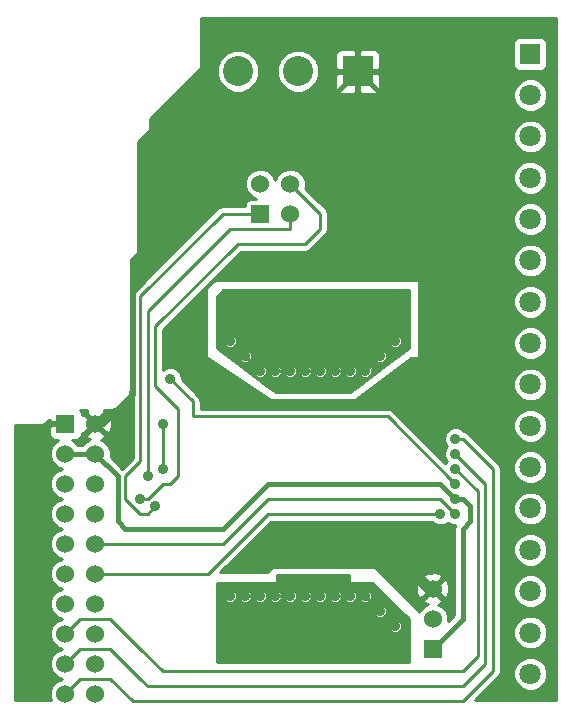
<source format=gbl>
G04 (created by PCBNEW (2013-07-07 BZR 4022)-stable) date 26/05/2014 16:51:26*
%MOIN*%
G04 Gerber Fmt 3.4, Leading zero omitted, Abs format*
%FSLAX34Y34*%
G01*
G70*
G90*
G04 APERTURE LIST*
%ADD10C,0.00590551*%
%ADD11R,0.06X0.06*%
%ADD12C,0.06*%
%ADD13R,0.1X0.1*%
%ADD14C,0.1*%
%ADD15C,0.0708661*%
%ADD16R,0.0708661X0.0708661*%
%ADD17C,0.035*%
%ADD18C,0.01*%
%ADD19C,0.015748*%
G04 APERTURE END LIST*
G54D10*
G54D11*
X82250Y-57500D03*
G54D12*
X82250Y-56500D03*
X82250Y-55500D03*
G54D11*
X70000Y-50000D03*
G54D12*
X71000Y-50000D03*
X70000Y-51000D03*
X71000Y-51000D03*
X70000Y-52000D03*
X71000Y-52000D03*
X70000Y-53000D03*
X71000Y-53000D03*
X70000Y-54000D03*
X71000Y-54000D03*
X70000Y-55000D03*
X71000Y-55000D03*
X70000Y-56000D03*
X71000Y-56000D03*
X70000Y-57000D03*
X71000Y-57000D03*
X70000Y-58000D03*
X71000Y-58000D03*
X70000Y-59000D03*
X71000Y-59000D03*
G54D13*
X79750Y-38250D03*
G54D14*
X77750Y-38250D03*
X75750Y-38250D03*
G54D15*
X85500Y-58334D03*
X85500Y-56956D03*
G54D16*
X85500Y-37665D03*
G54D15*
X85500Y-39043D03*
X85500Y-40421D03*
X85500Y-41799D03*
X85500Y-43177D03*
X85500Y-44555D03*
X85500Y-45933D03*
X85500Y-47311D03*
X85500Y-48688D03*
X85500Y-50066D03*
X85500Y-51444D03*
X85500Y-52822D03*
X85500Y-54200D03*
X85500Y-55578D03*
G54D11*
X76500Y-43000D03*
G54D12*
X76500Y-42000D03*
X77500Y-43000D03*
X77500Y-42000D03*
G54D17*
X75500Y-47250D03*
X81000Y-47250D03*
X80500Y-47750D03*
X80000Y-48250D03*
X79500Y-48250D03*
X79000Y-48250D03*
X78500Y-48250D03*
X78000Y-48250D03*
X77500Y-48250D03*
X77000Y-48250D03*
X76500Y-48250D03*
X76000Y-47750D03*
X75500Y-55750D03*
X81000Y-56750D03*
X80500Y-56250D03*
X80000Y-55750D03*
X79500Y-55750D03*
X79000Y-55750D03*
X78500Y-55750D03*
X78000Y-55750D03*
X77500Y-55750D03*
X77000Y-55750D03*
X76500Y-55750D03*
X76000Y-55750D03*
X83000Y-52500D03*
X83000Y-51500D03*
X73250Y-50000D03*
X73250Y-51500D03*
X82500Y-53000D03*
X83000Y-53000D03*
X83000Y-51000D03*
X83000Y-50500D03*
X73500Y-48500D03*
X83000Y-52000D03*
X72500Y-52500D03*
X73000Y-52750D03*
X72750Y-51750D03*
X75750Y-54750D03*
X75500Y-49000D03*
X81000Y-49000D03*
G54D18*
X80000Y-48250D02*
X80500Y-47750D01*
X79000Y-48250D02*
X79500Y-48250D01*
X78000Y-48250D02*
X78500Y-48250D01*
X77000Y-48250D02*
X77500Y-48250D01*
X76000Y-47750D02*
X76500Y-48250D01*
X80000Y-55750D02*
X80500Y-56250D01*
X79000Y-55750D02*
X79500Y-55750D01*
X78000Y-55750D02*
X78500Y-55750D01*
X77000Y-55750D02*
X77500Y-55750D01*
X76000Y-55750D02*
X76500Y-55750D01*
G54D19*
X70000Y-51000D02*
X71000Y-51000D01*
X83000Y-52500D02*
X82500Y-52000D01*
X82500Y-52000D02*
X76750Y-52000D01*
X76750Y-52000D02*
X75250Y-53500D01*
X75250Y-53500D02*
X72000Y-53500D01*
X72000Y-53500D02*
X71750Y-53250D01*
X71750Y-53250D02*
X71750Y-51750D01*
X71750Y-51750D02*
X71000Y-51000D01*
X82250Y-57500D02*
X83250Y-56500D01*
X83250Y-52500D02*
X83000Y-52500D01*
X83500Y-52750D02*
X83250Y-52500D01*
X83500Y-53250D02*
X83500Y-52750D01*
X83250Y-53500D02*
X83500Y-53250D01*
X83250Y-56500D02*
X83250Y-53500D01*
G54D18*
X72500Y-57500D02*
X71500Y-56500D01*
X70500Y-56500D02*
X70000Y-57000D01*
X71500Y-56500D02*
X70500Y-56500D01*
X83000Y-51500D02*
X83750Y-52250D01*
X73250Y-58250D02*
X72500Y-57500D01*
X83250Y-58250D02*
X73250Y-58250D01*
X83750Y-57750D02*
X83250Y-58250D01*
X83750Y-52250D02*
X83750Y-57750D01*
X73250Y-51500D02*
X73250Y-50000D01*
X82500Y-53000D02*
X76750Y-53000D01*
X74750Y-55000D02*
X71000Y-55000D01*
X76750Y-53000D02*
X74750Y-55000D01*
X83000Y-53000D02*
X82500Y-52500D01*
X75250Y-54000D02*
X71000Y-54000D01*
X76750Y-52500D02*
X75250Y-54000D01*
X82500Y-52500D02*
X76750Y-52500D01*
X72500Y-58500D02*
X71500Y-57500D01*
X70500Y-57500D02*
X70000Y-58000D01*
X71500Y-57500D02*
X70500Y-57500D01*
X83000Y-51000D02*
X84000Y-52000D01*
X72750Y-58750D02*
X72500Y-58500D01*
X83250Y-58750D02*
X72750Y-58750D01*
X84000Y-58000D02*
X83250Y-58750D01*
X84000Y-52000D02*
X84000Y-58000D01*
X72250Y-59250D02*
X71500Y-58500D01*
X83250Y-50500D02*
X84250Y-51500D01*
X84250Y-51500D02*
X84250Y-58250D01*
X84250Y-58250D02*
X83250Y-59250D01*
X83250Y-59250D02*
X72250Y-59250D01*
X83000Y-50500D02*
X83250Y-50500D01*
X70500Y-58500D02*
X70000Y-59000D01*
X71500Y-58500D02*
X70500Y-58500D01*
X74250Y-49750D02*
X74250Y-49250D01*
X74250Y-49250D02*
X73500Y-48500D01*
X80750Y-49750D02*
X74250Y-49750D01*
X83000Y-52000D02*
X80750Y-49750D01*
X73000Y-48250D02*
X73000Y-46750D01*
X75750Y-44000D02*
X77250Y-44000D01*
X73000Y-46750D02*
X75750Y-44000D01*
X72500Y-52500D02*
X72750Y-52500D01*
X78500Y-43000D02*
X77500Y-42000D01*
X77250Y-44000D02*
X78000Y-44000D01*
X78000Y-44000D02*
X78500Y-43500D01*
X78500Y-43500D02*
X78500Y-43000D01*
X73000Y-48750D02*
X73000Y-48250D01*
X73750Y-49500D02*
X73000Y-48750D01*
X73750Y-51750D02*
X73750Y-49500D01*
X73500Y-52000D02*
X73750Y-51750D01*
X73250Y-52000D02*
X73500Y-52000D01*
X72750Y-52500D02*
X73250Y-52000D01*
X76500Y-43000D02*
X75250Y-43000D01*
X72500Y-45750D02*
X72500Y-47500D01*
X75250Y-43000D02*
X72500Y-45750D01*
X72500Y-47500D02*
X72500Y-51250D01*
X72500Y-51250D02*
X72000Y-51750D01*
X72000Y-51750D02*
X72000Y-52500D01*
X72000Y-52500D02*
X72500Y-53000D01*
X72500Y-53000D02*
X72750Y-53000D01*
X72750Y-53000D02*
X73000Y-52750D01*
X77500Y-43000D02*
X77500Y-43500D01*
X72750Y-46250D02*
X72750Y-48000D01*
X75500Y-43500D02*
X72750Y-46250D01*
X77500Y-43500D02*
X75500Y-43500D01*
X72750Y-48750D02*
X72750Y-48000D01*
X72750Y-51750D02*
X72750Y-49500D01*
X72750Y-49500D02*
X72750Y-48750D01*
G54D19*
X71000Y-50000D02*
X71250Y-50000D01*
X78500Y-39500D02*
X79750Y-38250D01*
X74500Y-39500D02*
X78500Y-39500D01*
X72500Y-41500D02*
X74500Y-39500D01*
X72500Y-45000D02*
X72500Y-41500D01*
X72250Y-45250D02*
X72500Y-45000D01*
X72250Y-49000D02*
X72250Y-45250D01*
X71250Y-50000D02*
X72250Y-49000D01*
X75750Y-54750D02*
X81250Y-54750D01*
X81250Y-54750D02*
X82000Y-55500D01*
X82000Y-55500D02*
X82250Y-55500D01*
X80750Y-49250D02*
X81000Y-49000D01*
X75750Y-49250D02*
X80750Y-49250D01*
X75500Y-49000D02*
X75750Y-49250D01*
X82000Y-40500D02*
X79750Y-38250D01*
X81000Y-49000D02*
X82000Y-48000D01*
X82000Y-48000D02*
X82000Y-40500D01*
G54D10*
G36*
X81450Y-47475D02*
X81225Y-47643D01*
X81225Y-47205D01*
X81190Y-47122D01*
X81127Y-47059D01*
X81044Y-47025D01*
X80955Y-47024D01*
X80872Y-47059D01*
X80809Y-47122D01*
X80775Y-47205D01*
X80774Y-47294D01*
X80809Y-47377D01*
X80872Y-47440D01*
X80955Y-47474D01*
X81044Y-47475D01*
X81127Y-47440D01*
X81190Y-47377D01*
X81224Y-47294D01*
X81225Y-47205D01*
X81225Y-47643D01*
X80725Y-48018D01*
X80725Y-47705D01*
X80690Y-47622D01*
X80627Y-47559D01*
X80544Y-47525D01*
X80455Y-47524D01*
X80372Y-47559D01*
X80309Y-47622D01*
X80275Y-47705D01*
X80274Y-47794D01*
X80286Y-47822D01*
X80072Y-48036D01*
X80044Y-48025D01*
X79955Y-48024D01*
X79872Y-48059D01*
X79809Y-48122D01*
X79775Y-48205D01*
X79774Y-48294D01*
X79809Y-48377D01*
X79872Y-48440D01*
X79955Y-48474D01*
X80044Y-48475D01*
X80127Y-48440D01*
X80190Y-48377D01*
X80224Y-48294D01*
X80225Y-48205D01*
X80213Y-48177D01*
X80427Y-47963D01*
X80455Y-47974D01*
X80544Y-47975D01*
X80627Y-47940D01*
X80690Y-47877D01*
X80724Y-47794D01*
X80725Y-47705D01*
X80725Y-48018D01*
X79725Y-48768D01*
X79725Y-48205D01*
X79690Y-48122D01*
X79627Y-48059D01*
X79544Y-48025D01*
X79455Y-48024D01*
X79372Y-48059D01*
X79309Y-48122D01*
X79297Y-48150D01*
X79202Y-48150D01*
X79190Y-48122D01*
X79127Y-48059D01*
X79044Y-48025D01*
X78955Y-48024D01*
X78872Y-48059D01*
X78809Y-48122D01*
X78775Y-48205D01*
X78774Y-48294D01*
X78809Y-48377D01*
X78872Y-48440D01*
X78955Y-48474D01*
X79044Y-48475D01*
X79127Y-48440D01*
X79190Y-48377D01*
X79202Y-48350D01*
X79297Y-48350D01*
X79309Y-48377D01*
X79372Y-48440D01*
X79455Y-48474D01*
X79544Y-48475D01*
X79627Y-48440D01*
X79690Y-48377D01*
X79724Y-48294D01*
X79725Y-48205D01*
X79725Y-48768D01*
X79483Y-48950D01*
X78725Y-48950D01*
X78725Y-48205D01*
X78690Y-48122D01*
X78627Y-48059D01*
X78544Y-48025D01*
X78455Y-48024D01*
X78372Y-48059D01*
X78309Y-48122D01*
X78297Y-48150D01*
X78202Y-48150D01*
X78190Y-48122D01*
X78127Y-48059D01*
X78044Y-48025D01*
X77955Y-48024D01*
X77872Y-48059D01*
X77809Y-48122D01*
X77775Y-48205D01*
X77774Y-48294D01*
X77809Y-48377D01*
X77872Y-48440D01*
X77955Y-48474D01*
X78044Y-48475D01*
X78127Y-48440D01*
X78190Y-48377D01*
X78202Y-48350D01*
X78297Y-48350D01*
X78309Y-48377D01*
X78372Y-48440D01*
X78455Y-48474D01*
X78544Y-48475D01*
X78627Y-48440D01*
X78690Y-48377D01*
X78724Y-48294D01*
X78725Y-48205D01*
X78725Y-48950D01*
X77725Y-48950D01*
X77725Y-48205D01*
X77690Y-48122D01*
X77627Y-48059D01*
X77544Y-48025D01*
X77455Y-48024D01*
X77372Y-48059D01*
X77309Y-48122D01*
X77297Y-48150D01*
X77202Y-48150D01*
X77190Y-48122D01*
X77127Y-48059D01*
X77044Y-48025D01*
X76955Y-48024D01*
X76872Y-48059D01*
X76809Y-48122D01*
X76775Y-48205D01*
X76774Y-48294D01*
X76809Y-48377D01*
X76872Y-48440D01*
X76955Y-48474D01*
X77044Y-48475D01*
X77127Y-48440D01*
X77190Y-48377D01*
X77202Y-48350D01*
X77297Y-48350D01*
X77309Y-48377D01*
X77372Y-48440D01*
X77455Y-48474D01*
X77544Y-48475D01*
X77627Y-48440D01*
X77690Y-48377D01*
X77724Y-48294D01*
X77725Y-48205D01*
X77725Y-48950D01*
X77016Y-48950D01*
X76725Y-48731D01*
X76725Y-48205D01*
X76690Y-48122D01*
X76627Y-48059D01*
X76544Y-48025D01*
X76455Y-48024D01*
X76427Y-48036D01*
X76213Y-47822D01*
X76224Y-47794D01*
X76225Y-47705D01*
X76190Y-47622D01*
X76127Y-47559D01*
X76044Y-47525D01*
X75955Y-47524D01*
X75872Y-47559D01*
X75809Y-47622D01*
X75775Y-47705D01*
X75774Y-47794D01*
X75809Y-47877D01*
X75872Y-47940D01*
X75955Y-47974D01*
X76044Y-47975D01*
X76072Y-47963D01*
X76286Y-48177D01*
X76275Y-48205D01*
X76274Y-48294D01*
X76309Y-48377D01*
X76372Y-48440D01*
X76455Y-48474D01*
X76544Y-48475D01*
X76627Y-48440D01*
X76690Y-48377D01*
X76724Y-48294D01*
X76725Y-48205D01*
X76725Y-48731D01*
X75725Y-47981D01*
X75725Y-47205D01*
X75690Y-47122D01*
X75627Y-47059D01*
X75544Y-47025D01*
X75455Y-47024D01*
X75372Y-47059D01*
X75309Y-47122D01*
X75275Y-47205D01*
X75274Y-47294D01*
X75309Y-47377D01*
X75372Y-47440D01*
X75455Y-47474D01*
X75544Y-47475D01*
X75627Y-47440D01*
X75690Y-47377D01*
X75724Y-47294D01*
X75725Y-47205D01*
X75725Y-47981D01*
X75050Y-47475D01*
X75050Y-45770D01*
X75270Y-45550D01*
X81450Y-45550D01*
X81450Y-47475D01*
X81450Y-47475D01*
G37*
G54D18*
X81450Y-47475D02*
X81225Y-47643D01*
X81225Y-47205D01*
X81190Y-47122D01*
X81127Y-47059D01*
X81044Y-47025D01*
X80955Y-47024D01*
X80872Y-47059D01*
X80809Y-47122D01*
X80775Y-47205D01*
X80774Y-47294D01*
X80809Y-47377D01*
X80872Y-47440D01*
X80955Y-47474D01*
X81044Y-47475D01*
X81127Y-47440D01*
X81190Y-47377D01*
X81224Y-47294D01*
X81225Y-47205D01*
X81225Y-47643D01*
X80725Y-48018D01*
X80725Y-47705D01*
X80690Y-47622D01*
X80627Y-47559D01*
X80544Y-47525D01*
X80455Y-47524D01*
X80372Y-47559D01*
X80309Y-47622D01*
X80275Y-47705D01*
X80274Y-47794D01*
X80286Y-47822D01*
X80072Y-48036D01*
X80044Y-48025D01*
X79955Y-48024D01*
X79872Y-48059D01*
X79809Y-48122D01*
X79775Y-48205D01*
X79774Y-48294D01*
X79809Y-48377D01*
X79872Y-48440D01*
X79955Y-48474D01*
X80044Y-48475D01*
X80127Y-48440D01*
X80190Y-48377D01*
X80224Y-48294D01*
X80225Y-48205D01*
X80213Y-48177D01*
X80427Y-47963D01*
X80455Y-47974D01*
X80544Y-47975D01*
X80627Y-47940D01*
X80690Y-47877D01*
X80724Y-47794D01*
X80725Y-47705D01*
X80725Y-48018D01*
X79725Y-48768D01*
X79725Y-48205D01*
X79690Y-48122D01*
X79627Y-48059D01*
X79544Y-48025D01*
X79455Y-48024D01*
X79372Y-48059D01*
X79309Y-48122D01*
X79297Y-48150D01*
X79202Y-48150D01*
X79190Y-48122D01*
X79127Y-48059D01*
X79044Y-48025D01*
X78955Y-48024D01*
X78872Y-48059D01*
X78809Y-48122D01*
X78775Y-48205D01*
X78774Y-48294D01*
X78809Y-48377D01*
X78872Y-48440D01*
X78955Y-48474D01*
X79044Y-48475D01*
X79127Y-48440D01*
X79190Y-48377D01*
X79202Y-48350D01*
X79297Y-48350D01*
X79309Y-48377D01*
X79372Y-48440D01*
X79455Y-48474D01*
X79544Y-48475D01*
X79627Y-48440D01*
X79690Y-48377D01*
X79724Y-48294D01*
X79725Y-48205D01*
X79725Y-48768D01*
X79483Y-48950D01*
X78725Y-48950D01*
X78725Y-48205D01*
X78690Y-48122D01*
X78627Y-48059D01*
X78544Y-48025D01*
X78455Y-48024D01*
X78372Y-48059D01*
X78309Y-48122D01*
X78297Y-48150D01*
X78202Y-48150D01*
X78190Y-48122D01*
X78127Y-48059D01*
X78044Y-48025D01*
X77955Y-48024D01*
X77872Y-48059D01*
X77809Y-48122D01*
X77775Y-48205D01*
X77774Y-48294D01*
X77809Y-48377D01*
X77872Y-48440D01*
X77955Y-48474D01*
X78044Y-48475D01*
X78127Y-48440D01*
X78190Y-48377D01*
X78202Y-48350D01*
X78297Y-48350D01*
X78309Y-48377D01*
X78372Y-48440D01*
X78455Y-48474D01*
X78544Y-48475D01*
X78627Y-48440D01*
X78690Y-48377D01*
X78724Y-48294D01*
X78725Y-48205D01*
X78725Y-48950D01*
X77725Y-48950D01*
X77725Y-48205D01*
X77690Y-48122D01*
X77627Y-48059D01*
X77544Y-48025D01*
X77455Y-48024D01*
X77372Y-48059D01*
X77309Y-48122D01*
X77297Y-48150D01*
X77202Y-48150D01*
X77190Y-48122D01*
X77127Y-48059D01*
X77044Y-48025D01*
X76955Y-48024D01*
X76872Y-48059D01*
X76809Y-48122D01*
X76775Y-48205D01*
X76774Y-48294D01*
X76809Y-48377D01*
X76872Y-48440D01*
X76955Y-48474D01*
X77044Y-48475D01*
X77127Y-48440D01*
X77190Y-48377D01*
X77202Y-48350D01*
X77297Y-48350D01*
X77309Y-48377D01*
X77372Y-48440D01*
X77455Y-48474D01*
X77544Y-48475D01*
X77627Y-48440D01*
X77690Y-48377D01*
X77724Y-48294D01*
X77725Y-48205D01*
X77725Y-48950D01*
X77016Y-48950D01*
X76725Y-48731D01*
X76725Y-48205D01*
X76690Y-48122D01*
X76627Y-48059D01*
X76544Y-48025D01*
X76455Y-48024D01*
X76427Y-48036D01*
X76213Y-47822D01*
X76224Y-47794D01*
X76225Y-47705D01*
X76190Y-47622D01*
X76127Y-47559D01*
X76044Y-47525D01*
X75955Y-47524D01*
X75872Y-47559D01*
X75809Y-47622D01*
X75775Y-47705D01*
X75774Y-47794D01*
X75809Y-47877D01*
X75872Y-47940D01*
X75955Y-47974D01*
X76044Y-47975D01*
X76072Y-47963D01*
X76286Y-48177D01*
X76275Y-48205D01*
X76274Y-48294D01*
X76309Y-48377D01*
X76372Y-48440D01*
X76455Y-48474D01*
X76544Y-48475D01*
X76627Y-48440D01*
X76690Y-48377D01*
X76724Y-48294D01*
X76725Y-48205D01*
X76725Y-48731D01*
X75725Y-47981D01*
X75725Y-47205D01*
X75690Y-47122D01*
X75627Y-47059D01*
X75544Y-47025D01*
X75455Y-47024D01*
X75372Y-47059D01*
X75309Y-47122D01*
X75275Y-47205D01*
X75274Y-47294D01*
X75309Y-47377D01*
X75372Y-47440D01*
X75455Y-47474D01*
X75544Y-47475D01*
X75627Y-47440D01*
X75690Y-47377D01*
X75724Y-47294D01*
X75725Y-47205D01*
X75725Y-47981D01*
X75050Y-47475D01*
X75050Y-45770D01*
X75270Y-45550D01*
X81450Y-45550D01*
X81450Y-47475D01*
G54D10*
G36*
X81450Y-57950D02*
X81225Y-57950D01*
X81225Y-56705D01*
X81190Y-56622D01*
X81127Y-56559D01*
X81044Y-56525D01*
X80955Y-56524D01*
X80872Y-56559D01*
X80809Y-56622D01*
X80775Y-56705D01*
X80774Y-56794D01*
X80809Y-56877D01*
X80872Y-56940D01*
X80955Y-56974D01*
X81044Y-56975D01*
X81127Y-56940D01*
X81190Y-56877D01*
X81224Y-56794D01*
X81225Y-56705D01*
X81225Y-57950D01*
X80725Y-57950D01*
X80725Y-56205D01*
X80690Y-56122D01*
X80627Y-56059D01*
X80544Y-56025D01*
X80455Y-56024D01*
X80427Y-56036D01*
X80213Y-55822D01*
X80224Y-55794D01*
X80225Y-55705D01*
X80190Y-55622D01*
X80127Y-55559D01*
X80044Y-55525D01*
X79955Y-55524D01*
X79872Y-55559D01*
X79809Y-55622D01*
X79775Y-55705D01*
X79774Y-55794D01*
X79809Y-55877D01*
X79872Y-55940D01*
X79955Y-55974D01*
X80044Y-55975D01*
X80072Y-55963D01*
X80286Y-56177D01*
X80275Y-56205D01*
X80274Y-56294D01*
X80309Y-56377D01*
X80372Y-56440D01*
X80455Y-56474D01*
X80544Y-56475D01*
X80627Y-56440D01*
X80690Y-56377D01*
X80724Y-56294D01*
X80725Y-56205D01*
X80725Y-57950D01*
X79725Y-57950D01*
X79725Y-55705D01*
X79690Y-55622D01*
X79627Y-55559D01*
X79544Y-55525D01*
X79455Y-55524D01*
X79372Y-55559D01*
X79309Y-55622D01*
X79297Y-55650D01*
X79202Y-55650D01*
X79190Y-55622D01*
X79127Y-55559D01*
X79044Y-55525D01*
X78955Y-55524D01*
X78872Y-55559D01*
X78809Y-55622D01*
X78775Y-55705D01*
X78774Y-55794D01*
X78809Y-55877D01*
X78872Y-55940D01*
X78955Y-55974D01*
X79044Y-55975D01*
X79127Y-55940D01*
X79190Y-55877D01*
X79202Y-55850D01*
X79297Y-55850D01*
X79309Y-55877D01*
X79372Y-55940D01*
X79455Y-55974D01*
X79544Y-55975D01*
X79627Y-55940D01*
X79690Y-55877D01*
X79724Y-55794D01*
X79725Y-55705D01*
X79725Y-57950D01*
X78725Y-57950D01*
X78725Y-55705D01*
X78690Y-55622D01*
X78627Y-55559D01*
X78544Y-55525D01*
X78455Y-55524D01*
X78372Y-55559D01*
X78309Y-55622D01*
X78297Y-55650D01*
X78202Y-55650D01*
X78190Y-55622D01*
X78127Y-55559D01*
X78044Y-55525D01*
X77955Y-55524D01*
X77872Y-55559D01*
X77809Y-55622D01*
X77775Y-55705D01*
X77774Y-55794D01*
X77809Y-55877D01*
X77872Y-55940D01*
X77955Y-55974D01*
X78044Y-55975D01*
X78127Y-55940D01*
X78190Y-55877D01*
X78202Y-55850D01*
X78297Y-55850D01*
X78309Y-55877D01*
X78372Y-55940D01*
X78455Y-55974D01*
X78544Y-55975D01*
X78627Y-55940D01*
X78690Y-55877D01*
X78724Y-55794D01*
X78725Y-55705D01*
X78725Y-57950D01*
X77725Y-57950D01*
X77725Y-55705D01*
X77690Y-55622D01*
X77627Y-55559D01*
X77544Y-55525D01*
X77455Y-55524D01*
X77372Y-55559D01*
X77309Y-55622D01*
X77297Y-55650D01*
X77202Y-55650D01*
X77190Y-55622D01*
X77127Y-55559D01*
X77044Y-55525D01*
X76955Y-55524D01*
X76872Y-55559D01*
X76809Y-55622D01*
X76775Y-55705D01*
X76774Y-55794D01*
X76809Y-55877D01*
X76872Y-55940D01*
X76955Y-55974D01*
X77044Y-55975D01*
X77127Y-55940D01*
X77190Y-55877D01*
X77202Y-55850D01*
X77297Y-55850D01*
X77309Y-55877D01*
X77372Y-55940D01*
X77455Y-55974D01*
X77544Y-55975D01*
X77627Y-55940D01*
X77690Y-55877D01*
X77724Y-55794D01*
X77725Y-55705D01*
X77725Y-57950D01*
X76725Y-57950D01*
X76725Y-55705D01*
X76690Y-55622D01*
X76627Y-55559D01*
X76544Y-55525D01*
X76455Y-55524D01*
X76372Y-55559D01*
X76309Y-55622D01*
X76297Y-55650D01*
X76202Y-55650D01*
X76190Y-55622D01*
X76127Y-55559D01*
X76044Y-55525D01*
X75955Y-55524D01*
X75872Y-55559D01*
X75809Y-55622D01*
X75775Y-55705D01*
X75774Y-55794D01*
X75809Y-55877D01*
X75872Y-55940D01*
X75955Y-55974D01*
X76044Y-55975D01*
X76127Y-55940D01*
X76190Y-55877D01*
X76202Y-55850D01*
X76297Y-55850D01*
X76309Y-55877D01*
X76372Y-55940D01*
X76455Y-55974D01*
X76544Y-55975D01*
X76627Y-55940D01*
X76690Y-55877D01*
X76724Y-55794D01*
X76725Y-55705D01*
X76725Y-57950D01*
X75725Y-57950D01*
X75725Y-55705D01*
X75690Y-55622D01*
X75627Y-55559D01*
X75544Y-55525D01*
X75455Y-55524D01*
X75372Y-55559D01*
X75309Y-55622D01*
X75275Y-55705D01*
X75274Y-55794D01*
X75309Y-55877D01*
X75372Y-55940D01*
X75455Y-55974D01*
X75544Y-55975D01*
X75627Y-55940D01*
X75690Y-55877D01*
X75724Y-55794D01*
X75725Y-55705D01*
X75725Y-57950D01*
X75050Y-57950D01*
X75050Y-55300D01*
X77050Y-55300D01*
X77050Y-55050D01*
X79450Y-55050D01*
X79450Y-55300D01*
X80229Y-55300D01*
X81450Y-56520D01*
X81450Y-57950D01*
X81450Y-57950D01*
G37*
G54D18*
X81450Y-57950D02*
X81225Y-57950D01*
X81225Y-56705D01*
X81190Y-56622D01*
X81127Y-56559D01*
X81044Y-56525D01*
X80955Y-56524D01*
X80872Y-56559D01*
X80809Y-56622D01*
X80775Y-56705D01*
X80774Y-56794D01*
X80809Y-56877D01*
X80872Y-56940D01*
X80955Y-56974D01*
X81044Y-56975D01*
X81127Y-56940D01*
X81190Y-56877D01*
X81224Y-56794D01*
X81225Y-56705D01*
X81225Y-57950D01*
X80725Y-57950D01*
X80725Y-56205D01*
X80690Y-56122D01*
X80627Y-56059D01*
X80544Y-56025D01*
X80455Y-56024D01*
X80427Y-56036D01*
X80213Y-55822D01*
X80224Y-55794D01*
X80225Y-55705D01*
X80190Y-55622D01*
X80127Y-55559D01*
X80044Y-55525D01*
X79955Y-55524D01*
X79872Y-55559D01*
X79809Y-55622D01*
X79775Y-55705D01*
X79774Y-55794D01*
X79809Y-55877D01*
X79872Y-55940D01*
X79955Y-55974D01*
X80044Y-55975D01*
X80072Y-55963D01*
X80286Y-56177D01*
X80275Y-56205D01*
X80274Y-56294D01*
X80309Y-56377D01*
X80372Y-56440D01*
X80455Y-56474D01*
X80544Y-56475D01*
X80627Y-56440D01*
X80690Y-56377D01*
X80724Y-56294D01*
X80725Y-56205D01*
X80725Y-57950D01*
X79725Y-57950D01*
X79725Y-55705D01*
X79690Y-55622D01*
X79627Y-55559D01*
X79544Y-55525D01*
X79455Y-55524D01*
X79372Y-55559D01*
X79309Y-55622D01*
X79297Y-55650D01*
X79202Y-55650D01*
X79190Y-55622D01*
X79127Y-55559D01*
X79044Y-55525D01*
X78955Y-55524D01*
X78872Y-55559D01*
X78809Y-55622D01*
X78775Y-55705D01*
X78774Y-55794D01*
X78809Y-55877D01*
X78872Y-55940D01*
X78955Y-55974D01*
X79044Y-55975D01*
X79127Y-55940D01*
X79190Y-55877D01*
X79202Y-55850D01*
X79297Y-55850D01*
X79309Y-55877D01*
X79372Y-55940D01*
X79455Y-55974D01*
X79544Y-55975D01*
X79627Y-55940D01*
X79690Y-55877D01*
X79724Y-55794D01*
X79725Y-55705D01*
X79725Y-57950D01*
X78725Y-57950D01*
X78725Y-55705D01*
X78690Y-55622D01*
X78627Y-55559D01*
X78544Y-55525D01*
X78455Y-55524D01*
X78372Y-55559D01*
X78309Y-55622D01*
X78297Y-55650D01*
X78202Y-55650D01*
X78190Y-55622D01*
X78127Y-55559D01*
X78044Y-55525D01*
X77955Y-55524D01*
X77872Y-55559D01*
X77809Y-55622D01*
X77775Y-55705D01*
X77774Y-55794D01*
X77809Y-55877D01*
X77872Y-55940D01*
X77955Y-55974D01*
X78044Y-55975D01*
X78127Y-55940D01*
X78190Y-55877D01*
X78202Y-55850D01*
X78297Y-55850D01*
X78309Y-55877D01*
X78372Y-55940D01*
X78455Y-55974D01*
X78544Y-55975D01*
X78627Y-55940D01*
X78690Y-55877D01*
X78724Y-55794D01*
X78725Y-55705D01*
X78725Y-57950D01*
X77725Y-57950D01*
X77725Y-55705D01*
X77690Y-55622D01*
X77627Y-55559D01*
X77544Y-55525D01*
X77455Y-55524D01*
X77372Y-55559D01*
X77309Y-55622D01*
X77297Y-55650D01*
X77202Y-55650D01*
X77190Y-55622D01*
X77127Y-55559D01*
X77044Y-55525D01*
X76955Y-55524D01*
X76872Y-55559D01*
X76809Y-55622D01*
X76775Y-55705D01*
X76774Y-55794D01*
X76809Y-55877D01*
X76872Y-55940D01*
X76955Y-55974D01*
X77044Y-55975D01*
X77127Y-55940D01*
X77190Y-55877D01*
X77202Y-55850D01*
X77297Y-55850D01*
X77309Y-55877D01*
X77372Y-55940D01*
X77455Y-55974D01*
X77544Y-55975D01*
X77627Y-55940D01*
X77690Y-55877D01*
X77724Y-55794D01*
X77725Y-55705D01*
X77725Y-57950D01*
X76725Y-57950D01*
X76725Y-55705D01*
X76690Y-55622D01*
X76627Y-55559D01*
X76544Y-55525D01*
X76455Y-55524D01*
X76372Y-55559D01*
X76309Y-55622D01*
X76297Y-55650D01*
X76202Y-55650D01*
X76190Y-55622D01*
X76127Y-55559D01*
X76044Y-55525D01*
X75955Y-55524D01*
X75872Y-55559D01*
X75809Y-55622D01*
X75775Y-55705D01*
X75774Y-55794D01*
X75809Y-55877D01*
X75872Y-55940D01*
X75955Y-55974D01*
X76044Y-55975D01*
X76127Y-55940D01*
X76190Y-55877D01*
X76202Y-55850D01*
X76297Y-55850D01*
X76309Y-55877D01*
X76372Y-55940D01*
X76455Y-55974D01*
X76544Y-55975D01*
X76627Y-55940D01*
X76690Y-55877D01*
X76724Y-55794D01*
X76725Y-55705D01*
X76725Y-57950D01*
X75725Y-57950D01*
X75725Y-55705D01*
X75690Y-55622D01*
X75627Y-55559D01*
X75544Y-55525D01*
X75455Y-55524D01*
X75372Y-55559D01*
X75309Y-55622D01*
X75275Y-55705D01*
X75274Y-55794D01*
X75309Y-55877D01*
X75372Y-55940D01*
X75455Y-55974D01*
X75544Y-55975D01*
X75627Y-55940D01*
X75690Y-55877D01*
X75724Y-55794D01*
X75725Y-55705D01*
X75725Y-57950D01*
X75050Y-57950D01*
X75050Y-55300D01*
X77050Y-55300D01*
X77050Y-55050D01*
X79450Y-55050D01*
X79450Y-55300D01*
X80229Y-55300D01*
X81450Y-56520D01*
X81450Y-57950D01*
G54D10*
G36*
X70057Y-50050D02*
X70050Y-50050D01*
X70050Y-50057D01*
X69950Y-50057D01*
X69950Y-50050D01*
X69512Y-50050D01*
X69450Y-50112D01*
X69449Y-50349D01*
X69487Y-50441D01*
X69558Y-50511D01*
X69650Y-50549D01*
X69749Y-50550D01*
X69760Y-50550D01*
X69712Y-50569D01*
X69570Y-50712D01*
X69492Y-50898D01*
X69492Y-51100D01*
X69569Y-51287D01*
X69712Y-51429D01*
X69880Y-51500D01*
X69712Y-51569D01*
X69570Y-51712D01*
X69492Y-51898D01*
X69492Y-52100D01*
X69569Y-52287D01*
X69712Y-52429D01*
X69880Y-52500D01*
X69712Y-52569D01*
X69570Y-52712D01*
X69492Y-52898D01*
X69492Y-53100D01*
X69569Y-53287D01*
X69712Y-53429D01*
X69880Y-53500D01*
X69712Y-53569D01*
X69570Y-53712D01*
X69492Y-53898D01*
X69492Y-54100D01*
X69569Y-54287D01*
X69712Y-54429D01*
X69880Y-54500D01*
X69712Y-54569D01*
X69570Y-54712D01*
X69492Y-54898D01*
X69492Y-55100D01*
X69569Y-55287D01*
X69712Y-55429D01*
X69880Y-55500D01*
X69712Y-55569D01*
X69570Y-55712D01*
X69492Y-55898D01*
X69492Y-56100D01*
X69569Y-56287D01*
X69712Y-56429D01*
X69880Y-56500D01*
X69712Y-56569D01*
X69570Y-56712D01*
X69492Y-56898D01*
X69492Y-57100D01*
X69569Y-57287D01*
X69712Y-57429D01*
X69880Y-57500D01*
X69712Y-57569D01*
X69570Y-57712D01*
X69492Y-57898D01*
X69492Y-58100D01*
X69569Y-58287D01*
X69712Y-58429D01*
X69880Y-58500D01*
X69712Y-58569D01*
X69570Y-58712D01*
X69492Y-58898D01*
X69492Y-59100D01*
X69530Y-59192D01*
X68327Y-59192D01*
X68327Y-50027D01*
X69199Y-50027D01*
X69200Y-50027D01*
X69200Y-50027D01*
X69286Y-50009D01*
X69360Y-49960D01*
X69449Y-49871D01*
X69450Y-49887D01*
X69512Y-49950D01*
X69950Y-49950D01*
X69950Y-49942D01*
X70050Y-49942D01*
X70050Y-49950D01*
X70057Y-49950D01*
X70057Y-50050D01*
X70057Y-50050D01*
G37*
G54D18*
X70057Y-50050D02*
X70050Y-50050D01*
X70050Y-50057D01*
X69950Y-50057D01*
X69950Y-50050D01*
X69512Y-50050D01*
X69450Y-50112D01*
X69449Y-50349D01*
X69487Y-50441D01*
X69558Y-50511D01*
X69650Y-50549D01*
X69749Y-50550D01*
X69760Y-50550D01*
X69712Y-50569D01*
X69570Y-50712D01*
X69492Y-50898D01*
X69492Y-51100D01*
X69569Y-51287D01*
X69712Y-51429D01*
X69880Y-51500D01*
X69712Y-51569D01*
X69570Y-51712D01*
X69492Y-51898D01*
X69492Y-52100D01*
X69569Y-52287D01*
X69712Y-52429D01*
X69880Y-52500D01*
X69712Y-52569D01*
X69570Y-52712D01*
X69492Y-52898D01*
X69492Y-53100D01*
X69569Y-53287D01*
X69712Y-53429D01*
X69880Y-53500D01*
X69712Y-53569D01*
X69570Y-53712D01*
X69492Y-53898D01*
X69492Y-54100D01*
X69569Y-54287D01*
X69712Y-54429D01*
X69880Y-54500D01*
X69712Y-54569D01*
X69570Y-54712D01*
X69492Y-54898D01*
X69492Y-55100D01*
X69569Y-55287D01*
X69712Y-55429D01*
X69880Y-55500D01*
X69712Y-55569D01*
X69570Y-55712D01*
X69492Y-55898D01*
X69492Y-56100D01*
X69569Y-56287D01*
X69712Y-56429D01*
X69880Y-56500D01*
X69712Y-56569D01*
X69570Y-56712D01*
X69492Y-56898D01*
X69492Y-57100D01*
X69569Y-57287D01*
X69712Y-57429D01*
X69880Y-57500D01*
X69712Y-57569D01*
X69570Y-57712D01*
X69492Y-57898D01*
X69492Y-58100D01*
X69569Y-58287D01*
X69712Y-58429D01*
X69880Y-58500D01*
X69712Y-58569D01*
X69570Y-58712D01*
X69492Y-58898D01*
X69492Y-59100D01*
X69530Y-59192D01*
X68327Y-59192D01*
X68327Y-50027D01*
X69199Y-50027D01*
X69200Y-50027D01*
X69200Y-50027D01*
X69286Y-50009D01*
X69360Y-49960D01*
X69449Y-49871D01*
X69450Y-49887D01*
X69512Y-49950D01*
X69950Y-49950D01*
X69950Y-49942D01*
X70050Y-49942D01*
X70050Y-49950D01*
X70057Y-49950D01*
X70057Y-50050D01*
G54D10*
G36*
X82990Y-53382D02*
X82985Y-53390D01*
X82981Y-53408D01*
X82963Y-53500D01*
X82963Y-53500D01*
X82963Y-56381D01*
X82804Y-56540D01*
X82804Y-55581D01*
X82793Y-55363D01*
X82731Y-55212D01*
X82635Y-55184D01*
X82565Y-55255D01*
X82565Y-55114D01*
X82537Y-55018D01*
X82331Y-54945D01*
X82113Y-54956D01*
X81962Y-55018D01*
X81934Y-55114D01*
X82250Y-55429D01*
X82565Y-55114D01*
X82565Y-55255D01*
X82320Y-55500D01*
X82635Y-55815D01*
X82731Y-55787D01*
X82804Y-55581D01*
X82804Y-56540D01*
X82757Y-56587D01*
X82757Y-56399D01*
X82680Y-56212D01*
X82537Y-56070D01*
X82430Y-56025D01*
X82537Y-55981D01*
X82565Y-55885D01*
X82250Y-55570D01*
X82179Y-55641D01*
X82179Y-55500D01*
X81864Y-55184D01*
X81800Y-55203D01*
X81768Y-55212D01*
X81695Y-55418D01*
X81706Y-55636D01*
X81768Y-55787D01*
X81800Y-55796D01*
X81864Y-55815D01*
X82179Y-55500D01*
X82179Y-55641D01*
X81934Y-55885D01*
X81962Y-55981D01*
X82077Y-56022D01*
X81962Y-56069D01*
X81820Y-56212D01*
X81800Y-56260D01*
X81800Y-56229D01*
X80270Y-54700D01*
X76979Y-54700D01*
X76729Y-54950D01*
X75164Y-54950D01*
X76856Y-53257D01*
X81800Y-53257D01*
X82216Y-53257D01*
X82283Y-53324D01*
X82423Y-53382D01*
X82575Y-53382D01*
X82716Y-53324D01*
X82749Y-53290D01*
X82783Y-53324D01*
X82923Y-53382D01*
X82990Y-53382D01*
X82990Y-53382D01*
G37*
G54D18*
X82990Y-53382D02*
X82985Y-53390D01*
X82981Y-53408D01*
X82963Y-53500D01*
X82963Y-53500D01*
X82963Y-56381D01*
X82804Y-56540D01*
X82804Y-55581D01*
X82793Y-55363D01*
X82731Y-55212D01*
X82635Y-55184D01*
X82565Y-55255D01*
X82565Y-55114D01*
X82537Y-55018D01*
X82331Y-54945D01*
X82113Y-54956D01*
X81962Y-55018D01*
X81934Y-55114D01*
X82250Y-55429D01*
X82565Y-55114D01*
X82565Y-55255D01*
X82320Y-55500D01*
X82635Y-55815D01*
X82731Y-55787D01*
X82804Y-55581D01*
X82804Y-56540D01*
X82757Y-56587D01*
X82757Y-56399D01*
X82680Y-56212D01*
X82537Y-56070D01*
X82430Y-56025D01*
X82537Y-55981D01*
X82565Y-55885D01*
X82250Y-55570D01*
X82179Y-55641D01*
X82179Y-55500D01*
X81864Y-55184D01*
X81800Y-55203D01*
X81768Y-55212D01*
X81695Y-55418D01*
X81706Y-55636D01*
X81768Y-55787D01*
X81800Y-55796D01*
X81864Y-55815D01*
X82179Y-55500D01*
X82179Y-55641D01*
X81934Y-55885D01*
X81962Y-55981D01*
X82077Y-56022D01*
X81962Y-56069D01*
X81820Y-56212D01*
X81800Y-56260D01*
X81800Y-56229D01*
X80270Y-54700D01*
X76979Y-54700D01*
X76729Y-54950D01*
X75164Y-54950D01*
X76856Y-53257D01*
X81800Y-53257D01*
X82216Y-53257D01*
X82283Y-53324D01*
X82423Y-53382D01*
X82575Y-53382D01*
X82716Y-53324D01*
X82749Y-53290D01*
X82783Y-53324D01*
X82923Y-53382D01*
X82990Y-53382D01*
G54D10*
G36*
X86356Y-59192D02*
X86061Y-59192D01*
X86061Y-58223D01*
X86061Y-56845D01*
X86061Y-55467D01*
X86061Y-54089D01*
X86061Y-52711D01*
X86061Y-51333D01*
X86061Y-49955D01*
X86061Y-48577D01*
X86061Y-47199D01*
X86061Y-45821D01*
X86061Y-44443D01*
X86061Y-43065D01*
X86061Y-41687D01*
X86061Y-40309D01*
X86061Y-38932D01*
X86061Y-38931D01*
X86061Y-37978D01*
X86061Y-37269D01*
X86030Y-37193D01*
X85972Y-37135D01*
X85895Y-37103D01*
X85813Y-37103D01*
X85104Y-37103D01*
X85028Y-37135D01*
X84969Y-37193D01*
X84938Y-37269D01*
X84938Y-37352D01*
X84938Y-38060D01*
X84969Y-38137D01*
X85027Y-38195D01*
X85104Y-38227D01*
X85186Y-38227D01*
X85895Y-38227D01*
X85971Y-38195D01*
X86030Y-38137D01*
X86061Y-38061D01*
X86061Y-37978D01*
X86061Y-38931D01*
X85976Y-38725D01*
X85818Y-38567D01*
X85612Y-38481D01*
X85388Y-38481D01*
X85182Y-38566D01*
X85023Y-38724D01*
X84938Y-38931D01*
X84938Y-39154D01*
X85023Y-39361D01*
X85181Y-39519D01*
X85387Y-39605D01*
X85611Y-39605D01*
X85817Y-39519D01*
X85976Y-39361D01*
X86061Y-39155D01*
X86061Y-38932D01*
X86061Y-40309D01*
X85976Y-40103D01*
X85818Y-39945D01*
X85612Y-39859D01*
X85388Y-39859D01*
X85182Y-39944D01*
X85023Y-40102D01*
X84938Y-40309D01*
X84938Y-40532D01*
X85023Y-40739D01*
X85181Y-40897D01*
X85387Y-40982D01*
X85611Y-40983D01*
X85817Y-40897D01*
X85976Y-40739D01*
X86061Y-40533D01*
X86061Y-40309D01*
X86061Y-41687D01*
X85976Y-41481D01*
X85818Y-41323D01*
X85612Y-41237D01*
X85388Y-41237D01*
X85182Y-41322D01*
X85023Y-41480D01*
X84938Y-41686D01*
X84938Y-41910D01*
X85023Y-42117D01*
X85181Y-42275D01*
X85387Y-42360D01*
X85611Y-42361D01*
X85817Y-42275D01*
X85976Y-42117D01*
X86061Y-41911D01*
X86061Y-41687D01*
X86061Y-43065D01*
X85976Y-42859D01*
X85818Y-42701D01*
X85612Y-42615D01*
X85388Y-42615D01*
X85182Y-42700D01*
X85023Y-42858D01*
X84938Y-43064D01*
X84938Y-43288D01*
X85023Y-43494D01*
X85181Y-43653D01*
X85387Y-43738D01*
X85611Y-43739D01*
X85817Y-43653D01*
X85976Y-43495D01*
X86061Y-43289D01*
X86061Y-43065D01*
X86061Y-44443D01*
X85976Y-44237D01*
X85818Y-44079D01*
X85612Y-43993D01*
X85388Y-43993D01*
X85182Y-44078D01*
X85023Y-44236D01*
X84938Y-44442D01*
X84938Y-44666D01*
X85023Y-44872D01*
X85181Y-45031D01*
X85387Y-45116D01*
X85611Y-45117D01*
X85817Y-45031D01*
X85976Y-44873D01*
X86061Y-44667D01*
X86061Y-44443D01*
X86061Y-45821D01*
X85976Y-45615D01*
X85818Y-45457D01*
X85612Y-45371D01*
X85388Y-45371D01*
X85182Y-45456D01*
X85023Y-45614D01*
X84938Y-45820D01*
X84938Y-46044D01*
X85023Y-46250D01*
X85181Y-46409D01*
X85387Y-46494D01*
X85611Y-46494D01*
X85817Y-46409D01*
X85976Y-46251D01*
X86061Y-46045D01*
X86061Y-45821D01*
X86061Y-47199D01*
X85976Y-46993D01*
X85818Y-46835D01*
X85612Y-46749D01*
X85388Y-46749D01*
X85182Y-46834D01*
X85023Y-46992D01*
X84938Y-47198D01*
X84938Y-47422D01*
X85023Y-47628D01*
X85181Y-47787D01*
X85387Y-47872D01*
X85611Y-47872D01*
X85817Y-47787D01*
X85976Y-47629D01*
X86061Y-47423D01*
X86061Y-47199D01*
X86061Y-48577D01*
X85976Y-48371D01*
X85818Y-48212D01*
X85612Y-48127D01*
X85388Y-48127D01*
X85182Y-48212D01*
X85023Y-48370D01*
X84938Y-48576D01*
X84938Y-48800D01*
X85023Y-49006D01*
X85181Y-49164D01*
X85387Y-49250D01*
X85611Y-49250D01*
X85817Y-49165D01*
X85976Y-49007D01*
X86061Y-48801D01*
X86061Y-48577D01*
X86061Y-49955D01*
X85976Y-49749D01*
X85818Y-49590D01*
X85612Y-49505D01*
X85388Y-49505D01*
X85182Y-49590D01*
X85023Y-49748D01*
X84938Y-49954D01*
X84938Y-50178D01*
X85023Y-50384D01*
X85181Y-50542D01*
X85387Y-50628D01*
X85611Y-50628D01*
X85817Y-50543D01*
X85976Y-50385D01*
X86061Y-50179D01*
X86061Y-49955D01*
X86061Y-51333D01*
X85976Y-51127D01*
X85818Y-50968D01*
X85612Y-50883D01*
X85388Y-50882D01*
X85182Y-50968D01*
X85023Y-51126D01*
X84938Y-51332D01*
X84938Y-51556D01*
X85023Y-51762D01*
X85181Y-51920D01*
X85387Y-52006D01*
X85611Y-52006D01*
X85817Y-51921D01*
X85976Y-51763D01*
X86061Y-51557D01*
X86061Y-51333D01*
X86061Y-52711D01*
X85976Y-52505D01*
X85818Y-52346D01*
X85612Y-52261D01*
X85388Y-52260D01*
X85182Y-52346D01*
X85023Y-52504D01*
X84938Y-52710D01*
X84938Y-52934D01*
X85023Y-53140D01*
X85181Y-53298D01*
X85387Y-53384D01*
X85611Y-53384D01*
X85817Y-53299D01*
X85976Y-53141D01*
X86061Y-52935D01*
X86061Y-52711D01*
X86061Y-54089D01*
X85976Y-53882D01*
X85818Y-53724D01*
X85612Y-53639D01*
X85388Y-53638D01*
X85182Y-53724D01*
X85023Y-53882D01*
X84938Y-54088D01*
X84938Y-54312D01*
X85023Y-54518D01*
X85181Y-54676D01*
X85387Y-54762D01*
X85611Y-54762D01*
X85817Y-54677D01*
X85976Y-54519D01*
X86061Y-54313D01*
X86061Y-54089D01*
X86061Y-55467D01*
X85976Y-55260D01*
X85818Y-55102D01*
X85612Y-55017D01*
X85388Y-55016D01*
X85182Y-55102D01*
X85023Y-55260D01*
X84938Y-55466D01*
X84938Y-55690D01*
X85023Y-55896D01*
X85181Y-56054D01*
X85387Y-56140D01*
X85611Y-56140D01*
X85817Y-56055D01*
X85976Y-55897D01*
X86061Y-55690D01*
X86061Y-55467D01*
X86061Y-56845D01*
X85976Y-56638D01*
X85818Y-56480D01*
X85612Y-56394D01*
X85388Y-56394D01*
X85182Y-56480D01*
X85023Y-56638D01*
X84938Y-56844D01*
X84938Y-57067D01*
X85023Y-57274D01*
X85181Y-57432D01*
X85387Y-57518D01*
X85611Y-57518D01*
X85817Y-57433D01*
X85976Y-57275D01*
X86061Y-57068D01*
X86061Y-56845D01*
X86061Y-58223D01*
X85976Y-58016D01*
X85818Y-57858D01*
X85612Y-57772D01*
X85388Y-57772D01*
X85182Y-57858D01*
X85023Y-58015D01*
X84938Y-58222D01*
X84938Y-58445D01*
X85023Y-58652D01*
X85181Y-58810D01*
X85387Y-58896D01*
X85611Y-58896D01*
X85817Y-58811D01*
X85976Y-58653D01*
X86061Y-58446D01*
X86061Y-58223D01*
X86061Y-59192D01*
X83671Y-59192D01*
X84432Y-58432D01*
X84487Y-58348D01*
X84507Y-58250D01*
X84507Y-51500D01*
X84487Y-51401D01*
X84432Y-51317D01*
X83432Y-50317D01*
X83348Y-50262D01*
X83291Y-50250D01*
X83216Y-50175D01*
X83076Y-50117D01*
X82924Y-50117D01*
X82783Y-50175D01*
X82675Y-50283D01*
X82617Y-50423D01*
X82617Y-50575D01*
X82675Y-50716D01*
X82709Y-50749D01*
X82675Y-50783D01*
X82617Y-50923D01*
X82617Y-51075D01*
X82675Y-51216D01*
X82709Y-51249D01*
X82675Y-51283D01*
X82667Y-51303D01*
X81800Y-50435D01*
X81800Y-47800D01*
X81800Y-45200D01*
X80500Y-45200D01*
X80500Y-38700D01*
X80500Y-37799D01*
X80499Y-37700D01*
X80461Y-37608D01*
X80391Y-37537D01*
X80299Y-37499D01*
X79862Y-37500D01*
X79800Y-37562D01*
X79800Y-38200D01*
X80437Y-38200D01*
X80500Y-38137D01*
X80500Y-37799D01*
X80500Y-38700D01*
X80500Y-38362D01*
X80437Y-38300D01*
X79800Y-38300D01*
X79800Y-38937D01*
X79862Y-39000D01*
X80299Y-39000D01*
X80391Y-38962D01*
X80461Y-38891D01*
X80499Y-38799D01*
X80500Y-38700D01*
X80500Y-45200D01*
X79700Y-45200D01*
X79700Y-38937D01*
X79700Y-38300D01*
X79700Y-38200D01*
X79700Y-37562D01*
X79637Y-37500D01*
X79200Y-37499D01*
X79108Y-37537D01*
X79038Y-37608D01*
X79000Y-37700D01*
X78999Y-37799D01*
X79000Y-38137D01*
X79062Y-38200D01*
X79700Y-38200D01*
X79700Y-38300D01*
X79062Y-38300D01*
X79000Y-38362D01*
X78999Y-38700D01*
X79000Y-38799D01*
X79038Y-38891D01*
X79108Y-38962D01*
X79200Y-39000D01*
X79637Y-39000D01*
X79700Y-38937D01*
X79700Y-45200D01*
X74979Y-45200D01*
X74700Y-45479D01*
X74700Y-47776D01*
X76984Y-49300D01*
X79516Y-49300D01*
X81516Y-47800D01*
X81800Y-47800D01*
X81800Y-50435D01*
X80932Y-49567D01*
X80848Y-49512D01*
X80750Y-49492D01*
X74507Y-49492D01*
X74507Y-49250D01*
X74507Y-49249D01*
X74507Y-49249D01*
X74504Y-49233D01*
X74487Y-49151D01*
X74432Y-49067D01*
X74432Y-49067D01*
X73882Y-48518D01*
X73882Y-48424D01*
X73824Y-48283D01*
X73716Y-48175D01*
X73576Y-48117D01*
X73424Y-48117D01*
X73283Y-48175D01*
X73257Y-48201D01*
X73257Y-46856D01*
X75856Y-44257D01*
X77250Y-44257D01*
X78000Y-44257D01*
X78098Y-44237D01*
X78182Y-44182D01*
X78682Y-43682D01*
X78737Y-43598D01*
X78757Y-43500D01*
X78757Y-43000D01*
X78737Y-42901D01*
X78682Y-42817D01*
X78457Y-42593D01*
X78457Y-38109D01*
X78350Y-37849D01*
X78151Y-37650D01*
X77891Y-37542D01*
X77609Y-37542D01*
X77349Y-37649D01*
X77150Y-37848D01*
X77042Y-38108D01*
X77042Y-38390D01*
X77149Y-38650D01*
X77348Y-38849D01*
X77608Y-38957D01*
X77890Y-38957D01*
X78150Y-38850D01*
X78349Y-38651D01*
X78457Y-38391D01*
X78457Y-38109D01*
X78457Y-42593D01*
X77995Y-42130D01*
X78007Y-42101D01*
X78007Y-41899D01*
X77930Y-41712D01*
X77787Y-41570D01*
X77601Y-41492D01*
X77399Y-41492D01*
X77212Y-41569D01*
X77070Y-41712D01*
X76999Y-41880D01*
X76930Y-41712D01*
X76787Y-41570D01*
X76601Y-41492D01*
X76457Y-41492D01*
X76457Y-38109D01*
X76350Y-37849D01*
X76151Y-37650D01*
X75891Y-37542D01*
X75609Y-37542D01*
X75349Y-37649D01*
X75150Y-37848D01*
X75042Y-38108D01*
X75042Y-38390D01*
X75149Y-38650D01*
X75348Y-38849D01*
X75608Y-38957D01*
X75890Y-38957D01*
X76150Y-38850D01*
X76349Y-38651D01*
X76457Y-38391D01*
X76457Y-38109D01*
X76457Y-41492D01*
X76399Y-41492D01*
X76212Y-41569D01*
X76070Y-41712D01*
X75992Y-41898D01*
X75992Y-42100D01*
X76069Y-42287D01*
X76212Y-42429D01*
X76362Y-42492D01*
X76158Y-42492D01*
X76082Y-42524D01*
X76024Y-42582D01*
X75992Y-42658D01*
X75992Y-42741D01*
X75992Y-42742D01*
X75250Y-42742D01*
X75249Y-42742D01*
X75151Y-42762D01*
X75067Y-42817D01*
X75067Y-42817D01*
X72317Y-45567D01*
X72262Y-45651D01*
X72242Y-45750D01*
X72242Y-47500D01*
X72242Y-51143D01*
X71895Y-51490D01*
X71554Y-51150D01*
X71554Y-50081D01*
X71543Y-49863D01*
X71481Y-49712D01*
X71385Y-49684D01*
X71070Y-50000D01*
X71385Y-50315D01*
X71481Y-50287D01*
X71554Y-50081D01*
X71554Y-51150D01*
X71507Y-51102D01*
X71507Y-51101D01*
X71507Y-50899D01*
X71430Y-50712D01*
X71287Y-50570D01*
X71180Y-50525D01*
X71287Y-50481D01*
X71315Y-50385D01*
X71000Y-50070D01*
X70684Y-50385D01*
X70712Y-50481D01*
X70827Y-50522D01*
X70712Y-50569D01*
X70570Y-50712D01*
X70569Y-50713D01*
X70430Y-50713D01*
X70430Y-50712D01*
X70287Y-50570D01*
X70239Y-50550D01*
X70250Y-50550D01*
X70349Y-50549D01*
X70441Y-50511D01*
X70512Y-50441D01*
X70550Y-50349D01*
X70550Y-50296D01*
X70614Y-50315D01*
X70929Y-50000D01*
X70614Y-49684D01*
X70550Y-49703D01*
X70550Y-49650D01*
X70512Y-49558D01*
X70480Y-49527D01*
X70709Y-49527D01*
X70684Y-49614D01*
X71000Y-49929D01*
X71315Y-49614D01*
X71290Y-49527D01*
X71549Y-49527D01*
X71550Y-49527D01*
X71550Y-49527D01*
X71636Y-49509D01*
X71710Y-49460D01*
X72110Y-49060D01*
X72110Y-49060D01*
X72110Y-49060D01*
X72159Y-48986D01*
X72159Y-48986D01*
X72173Y-48917D01*
X72177Y-48900D01*
X72177Y-48900D01*
X72177Y-48900D01*
X72177Y-44509D01*
X72341Y-44377D01*
X72349Y-44368D01*
X72360Y-44360D01*
X72379Y-44332D01*
X72398Y-44309D01*
X72402Y-44297D01*
X72409Y-44286D01*
X72416Y-44253D01*
X72425Y-44224D01*
X72424Y-44212D01*
X72427Y-44200D01*
X72427Y-40594D01*
X72760Y-40260D01*
X72760Y-40260D01*
X72760Y-40260D01*
X72809Y-40186D01*
X72809Y-40186D01*
X72823Y-40117D01*
X72827Y-40100D01*
X72827Y-40100D01*
X72827Y-40100D01*
X72827Y-39844D01*
X74460Y-38210D01*
X74460Y-38210D01*
X74460Y-38210D01*
X74509Y-38136D01*
X74527Y-38050D01*
X74527Y-36477D01*
X86356Y-36477D01*
X86356Y-59192D01*
X86356Y-59192D01*
G37*
G54D18*
X86356Y-59192D02*
X86061Y-59192D01*
X86061Y-58223D01*
X86061Y-56845D01*
X86061Y-55467D01*
X86061Y-54089D01*
X86061Y-52711D01*
X86061Y-51333D01*
X86061Y-49955D01*
X86061Y-48577D01*
X86061Y-47199D01*
X86061Y-45821D01*
X86061Y-44443D01*
X86061Y-43065D01*
X86061Y-41687D01*
X86061Y-40309D01*
X86061Y-38932D01*
X86061Y-38931D01*
X86061Y-37978D01*
X86061Y-37269D01*
X86030Y-37193D01*
X85972Y-37135D01*
X85895Y-37103D01*
X85813Y-37103D01*
X85104Y-37103D01*
X85028Y-37135D01*
X84969Y-37193D01*
X84938Y-37269D01*
X84938Y-37352D01*
X84938Y-38060D01*
X84969Y-38137D01*
X85027Y-38195D01*
X85104Y-38227D01*
X85186Y-38227D01*
X85895Y-38227D01*
X85971Y-38195D01*
X86030Y-38137D01*
X86061Y-38061D01*
X86061Y-37978D01*
X86061Y-38931D01*
X85976Y-38725D01*
X85818Y-38567D01*
X85612Y-38481D01*
X85388Y-38481D01*
X85182Y-38566D01*
X85023Y-38724D01*
X84938Y-38931D01*
X84938Y-39154D01*
X85023Y-39361D01*
X85181Y-39519D01*
X85387Y-39605D01*
X85611Y-39605D01*
X85817Y-39519D01*
X85976Y-39361D01*
X86061Y-39155D01*
X86061Y-38932D01*
X86061Y-40309D01*
X85976Y-40103D01*
X85818Y-39945D01*
X85612Y-39859D01*
X85388Y-39859D01*
X85182Y-39944D01*
X85023Y-40102D01*
X84938Y-40309D01*
X84938Y-40532D01*
X85023Y-40739D01*
X85181Y-40897D01*
X85387Y-40982D01*
X85611Y-40983D01*
X85817Y-40897D01*
X85976Y-40739D01*
X86061Y-40533D01*
X86061Y-40309D01*
X86061Y-41687D01*
X85976Y-41481D01*
X85818Y-41323D01*
X85612Y-41237D01*
X85388Y-41237D01*
X85182Y-41322D01*
X85023Y-41480D01*
X84938Y-41686D01*
X84938Y-41910D01*
X85023Y-42117D01*
X85181Y-42275D01*
X85387Y-42360D01*
X85611Y-42361D01*
X85817Y-42275D01*
X85976Y-42117D01*
X86061Y-41911D01*
X86061Y-41687D01*
X86061Y-43065D01*
X85976Y-42859D01*
X85818Y-42701D01*
X85612Y-42615D01*
X85388Y-42615D01*
X85182Y-42700D01*
X85023Y-42858D01*
X84938Y-43064D01*
X84938Y-43288D01*
X85023Y-43494D01*
X85181Y-43653D01*
X85387Y-43738D01*
X85611Y-43739D01*
X85817Y-43653D01*
X85976Y-43495D01*
X86061Y-43289D01*
X86061Y-43065D01*
X86061Y-44443D01*
X85976Y-44237D01*
X85818Y-44079D01*
X85612Y-43993D01*
X85388Y-43993D01*
X85182Y-44078D01*
X85023Y-44236D01*
X84938Y-44442D01*
X84938Y-44666D01*
X85023Y-44872D01*
X85181Y-45031D01*
X85387Y-45116D01*
X85611Y-45117D01*
X85817Y-45031D01*
X85976Y-44873D01*
X86061Y-44667D01*
X86061Y-44443D01*
X86061Y-45821D01*
X85976Y-45615D01*
X85818Y-45457D01*
X85612Y-45371D01*
X85388Y-45371D01*
X85182Y-45456D01*
X85023Y-45614D01*
X84938Y-45820D01*
X84938Y-46044D01*
X85023Y-46250D01*
X85181Y-46409D01*
X85387Y-46494D01*
X85611Y-46494D01*
X85817Y-46409D01*
X85976Y-46251D01*
X86061Y-46045D01*
X86061Y-45821D01*
X86061Y-47199D01*
X85976Y-46993D01*
X85818Y-46835D01*
X85612Y-46749D01*
X85388Y-46749D01*
X85182Y-46834D01*
X85023Y-46992D01*
X84938Y-47198D01*
X84938Y-47422D01*
X85023Y-47628D01*
X85181Y-47787D01*
X85387Y-47872D01*
X85611Y-47872D01*
X85817Y-47787D01*
X85976Y-47629D01*
X86061Y-47423D01*
X86061Y-47199D01*
X86061Y-48577D01*
X85976Y-48371D01*
X85818Y-48212D01*
X85612Y-48127D01*
X85388Y-48127D01*
X85182Y-48212D01*
X85023Y-48370D01*
X84938Y-48576D01*
X84938Y-48800D01*
X85023Y-49006D01*
X85181Y-49164D01*
X85387Y-49250D01*
X85611Y-49250D01*
X85817Y-49165D01*
X85976Y-49007D01*
X86061Y-48801D01*
X86061Y-48577D01*
X86061Y-49955D01*
X85976Y-49749D01*
X85818Y-49590D01*
X85612Y-49505D01*
X85388Y-49505D01*
X85182Y-49590D01*
X85023Y-49748D01*
X84938Y-49954D01*
X84938Y-50178D01*
X85023Y-50384D01*
X85181Y-50542D01*
X85387Y-50628D01*
X85611Y-50628D01*
X85817Y-50543D01*
X85976Y-50385D01*
X86061Y-50179D01*
X86061Y-49955D01*
X86061Y-51333D01*
X85976Y-51127D01*
X85818Y-50968D01*
X85612Y-50883D01*
X85388Y-50882D01*
X85182Y-50968D01*
X85023Y-51126D01*
X84938Y-51332D01*
X84938Y-51556D01*
X85023Y-51762D01*
X85181Y-51920D01*
X85387Y-52006D01*
X85611Y-52006D01*
X85817Y-51921D01*
X85976Y-51763D01*
X86061Y-51557D01*
X86061Y-51333D01*
X86061Y-52711D01*
X85976Y-52505D01*
X85818Y-52346D01*
X85612Y-52261D01*
X85388Y-52260D01*
X85182Y-52346D01*
X85023Y-52504D01*
X84938Y-52710D01*
X84938Y-52934D01*
X85023Y-53140D01*
X85181Y-53298D01*
X85387Y-53384D01*
X85611Y-53384D01*
X85817Y-53299D01*
X85976Y-53141D01*
X86061Y-52935D01*
X86061Y-52711D01*
X86061Y-54089D01*
X85976Y-53882D01*
X85818Y-53724D01*
X85612Y-53639D01*
X85388Y-53638D01*
X85182Y-53724D01*
X85023Y-53882D01*
X84938Y-54088D01*
X84938Y-54312D01*
X85023Y-54518D01*
X85181Y-54676D01*
X85387Y-54762D01*
X85611Y-54762D01*
X85817Y-54677D01*
X85976Y-54519D01*
X86061Y-54313D01*
X86061Y-54089D01*
X86061Y-55467D01*
X85976Y-55260D01*
X85818Y-55102D01*
X85612Y-55017D01*
X85388Y-55016D01*
X85182Y-55102D01*
X85023Y-55260D01*
X84938Y-55466D01*
X84938Y-55690D01*
X85023Y-55896D01*
X85181Y-56054D01*
X85387Y-56140D01*
X85611Y-56140D01*
X85817Y-56055D01*
X85976Y-55897D01*
X86061Y-55690D01*
X86061Y-55467D01*
X86061Y-56845D01*
X85976Y-56638D01*
X85818Y-56480D01*
X85612Y-56394D01*
X85388Y-56394D01*
X85182Y-56480D01*
X85023Y-56638D01*
X84938Y-56844D01*
X84938Y-57067D01*
X85023Y-57274D01*
X85181Y-57432D01*
X85387Y-57518D01*
X85611Y-57518D01*
X85817Y-57433D01*
X85976Y-57275D01*
X86061Y-57068D01*
X86061Y-56845D01*
X86061Y-58223D01*
X85976Y-58016D01*
X85818Y-57858D01*
X85612Y-57772D01*
X85388Y-57772D01*
X85182Y-57858D01*
X85023Y-58015D01*
X84938Y-58222D01*
X84938Y-58445D01*
X85023Y-58652D01*
X85181Y-58810D01*
X85387Y-58896D01*
X85611Y-58896D01*
X85817Y-58811D01*
X85976Y-58653D01*
X86061Y-58446D01*
X86061Y-58223D01*
X86061Y-59192D01*
X83671Y-59192D01*
X84432Y-58432D01*
X84487Y-58348D01*
X84507Y-58250D01*
X84507Y-51500D01*
X84487Y-51401D01*
X84432Y-51317D01*
X83432Y-50317D01*
X83348Y-50262D01*
X83291Y-50250D01*
X83216Y-50175D01*
X83076Y-50117D01*
X82924Y-50117D01*
X82783Y-50175D01*
X82675Y-50283D01*
X82617Y-50423D01*
X82617Y-50575D01*
X82675Y-50716D01*
X82709Y-50749D01*
X82675Y-50783D01*
X82617Y-50923D01*
X82617Y-51075D01*
X82675Y-51216D01*
X82709Y-51249D01*
X82675Y-51283D01*
X82667Y-51303D01*
X81800Y-50435D01*
X81800Y-47800D01*
X81800Y-45200D01*
X80500Y-45200D01*
X80500Y-38700D01*
X80500Y-37799D01*
X80499Y-37700D01*
X80461Y-37608D01*
X80391Y-37537D01*
X80299Y-37499D01*
X79862Y-37500D01*
X79800Y-37562D01*
X79800Y-38200D01*
X80437Y-38200D01*
X80500Y-38137D01*
X80500Y-37799D01*
X80500Y-38700D01*
X80500Y-38362D01*
X80437Y-38300D01*
X79800Y-38300D01*
X79800Y-38937D01*
X79862Y-39000D01*
X80299Y-39000D01*
X80391Y-38962D01*
X80461Y-38891D01*
X80499Y-38799D01*
X80500Y-38700D01*
X80500Y-45200D01*
X79700Y-45200D01*
X79700Y-38937D01*
X79700Y-38300D01*
X79700Y-38200D01*
X79700Y-37562D01*
X79637Y-37500D01*
X79200Y-37499D01*
X79108Y-37537D01*
X79038Y-37608D01*
X79000Y-37700D01*
X78999Y-37799D01*
X79000Y-38137D01*
X79062Y-38200D01*
X79700Y-38200D01*
X79700Y-38300D01*
X79062Y-38300D01*
X79000Y-38362D01*
X78999Y-38700D01*
X79000Y-38799D01*
X79038Y-38891D01*
X79108Y-38962D01*
X79200Y-39000D01*
X79637Y-39000D01*
X79700Y-38937D01*
X79700Y-45200D01*
X74979Y-45200D01*
X74700Y-45479D01*
X74700Y-47776D01*
X76984Y-49300D01*
X79516Y-49300D01*
X81516Y-47800D01*
X81800Y-47800D01*
X81800Y-50435D01*
X80932Y-49567D01*
X80848Y-49512D01*
X80750Y-49492D01*
X74507Y-49492D01*
X74507Y-49250D01*
X74507Y-49249D01*
X74507Y-49249D01*
X74504Y-49233D01*
X74487Y-49151D01*
X74432Y-49067D01*
X74432Y-49067D01*
X73882Y-48518D01*
X73882Y-48424D01*
X73824Y-48283D01*
X73716Y-48175D01*
X73576Y-48117D01*
X73424Y-48117D01*
X73283Y-48175D01*
X73257Y-48201D01*
X73257Y-46856D01*
X75856Y-44257D01*
X77250Y-44257D01*
X78000Y-44257D01*
X78098Y-44237D01*
X78182Y-44182D01*
X78682Y-43682D01*
X78737Y-43598D01*
X78757Y-43500D01*
X78757Y-43000D01*
X78737Y-42901D01*
X78682Y-42817D01*
X78457Y-42593D01*
X78457Y-38109D01*
X78350Y-37849D01*
X78151Y-37650D01*
X77891Y-37542D01*
X77609Y-37542D01*
X77349Y-37649D01*
X77150Y-37848D01*
X77042Y-38108D01*
X77042Y-38390D01*
X77149Y-38650D01*
X77348Y-38849D01*
X77608Y-38957D01*
X77890Y-38957D01*
X78150Y-38850D01*
X78349Y-38651D01*
X78457Y-38391D01*
X78457Y-38109D01*
X78457Y-42593D01*
X77995Y-42130D01*
X78007Y-42101D01*
X78007Y-41899D01*
X77930Y-41712D01*
X77787Y-41570D01*
X77601Y-41492D01*
X77399Y-41492D01*
X77212Y-41569D01*
X77070Y-41712D01*
X76999Y-41880D01*
X76930Y-41712D01*
X76787Y-41570D01*
X76601Y-41492D01*
X76457Y-41492D01*
X76457Y-38109D01*
X76350Y-37849D01*
X76151Y-37650D01*
X75891Y-37542D01*
X75609Y-37542D01*
X75349Y-37649D01*
X75150Y-37848D01*
X75042Y-38108D01*
X75042Y-38390D01*
X75149Y-38650D01*
X75348Y-38849D01*
X75608Y-38957D01*
X75890Y-38957D01*
X76150Y-38850D01*
X76349Y-38651D01*
X76457Y-38391D01*
X76457Y-38109D01*
X76457Y-41492D01*
X76399Y-41492D01*
X76212Y-41569D01*
X76070Y-41712D01*
X75992Y-41898D01*
X75992Y-42100D01*
X76069Y-42287D01*
X76212Y-42429D01*
X76362Y-42492D01*
X76158Y-42492D01*
X76082Y-42524D01*
X76024Y-42582D01*
X75992Y-42658D01*
X75992Y-42741D01*
X75992Y-42742D01*
X75250Y-42742D01*
X75249Y-42742D01*
X75151Y-42762D01*
X75067Y-42817D01*
X75067Y-42817D01*
X72317Y-45567D01*
X72262Y-45651D01*
X72242Y-45750D01*
X72242Y-47500D01*
X72242Y-51143D01*
X71895Y-51490D01*
X71554Y-51150D01*
X71554Y-50081D01*
X71543Y-49863D01*
X71481Y-49712D01*
X71385Y-49684D01*
X71070Y-50000D01*
X71385Y-50315D01*
X71481Y-50287D01*
X71554Y-50081D01*
X71554Y-51150D01*
X71507Y-51102D01*
X71507Y-51101D01*
X71507Y-50899D01*
X71430Y-50712D01*
X71287Y-50570D01*
X71180Y-50525D01*
X71287Y-50481D01*
X71315Y-50385D01*
X71000Y-50070D01*
X70684Y-50385D01*
X70712Y-50481D01*
X70827Y-50522D01*
X70712Y-50569D01*
X70570Y-50712D01*
X70569Y-50713D01*
X70430Y-50713D01*
X70430Y-50712D01*
X70287Y-50570D01*
X70239Y-50550D01*
X70250Y-50550D01*
X70349Y-50549D01*
X70441Y-50511D01*
X70512Y-50441D01*
X70550Y-50349D01*
X70550Y-50296D01*
X70614Y-50315D01*
X70929Y-50000D01*
X70614Y-49684D01*
X70550Y-49703D01*
X70550Y-49650D01*
X70512Y-49558D01*
X70480Y-49527D01*
X70709Y-49527D01*
X70684Y-49614D01*
X71000Y-49929D01*
X71315Y-49614D01*
X71290Y-49527D01*
X71549Y-49527D01*
X71550Y-49527D01*
X71550Y-49527D01*
X71636Y-49509D01*
X71710Y-49460D01*
X72110Y-49060D01*
X72110Y-49060D01*
X72110Y-49060D01*
X72159Y-48986D01*
X72159Y-48986D01*
X72173Y-48917D01*
X72177Y-48900D01*
X72177Y-48900D01*
X72177Y-48900D01*
X72177Y-44509D01*
X72341Y-44377D01*
X72349Y-44368D01*
X72360Y-44360D01*
X72379Y-44332D01*
X72398Y-44309D01*
X72402Y-44297D01*
X72409Y-44286D01*
X72416Y-44253D01*
X72425Y-44224D01*
X72424Y-44212D01*
X72427Y-44200D01*
X72427Y-40594D01*
X72760Y-40260D01*
X72760Y-40260D01*
X72760Y-40260D01*
X72809Y-40186D01*
X72809Y-40186D01*
X72823Y-40117D01*
X72827Y-40100D01*
X72827Y-40100D01*
X72827Y-40100D01*
X72827Y-39844D01*
X74460Y-38210D01*
X74460Y-38210D01*
X74460Y-38210D01*
X74509Y-38136D01*
X74527Y-38050D01*
X74527Y-36477D01*
X86356Y-36477D01*
X86356Y-59192D01*
M02*

</source>
